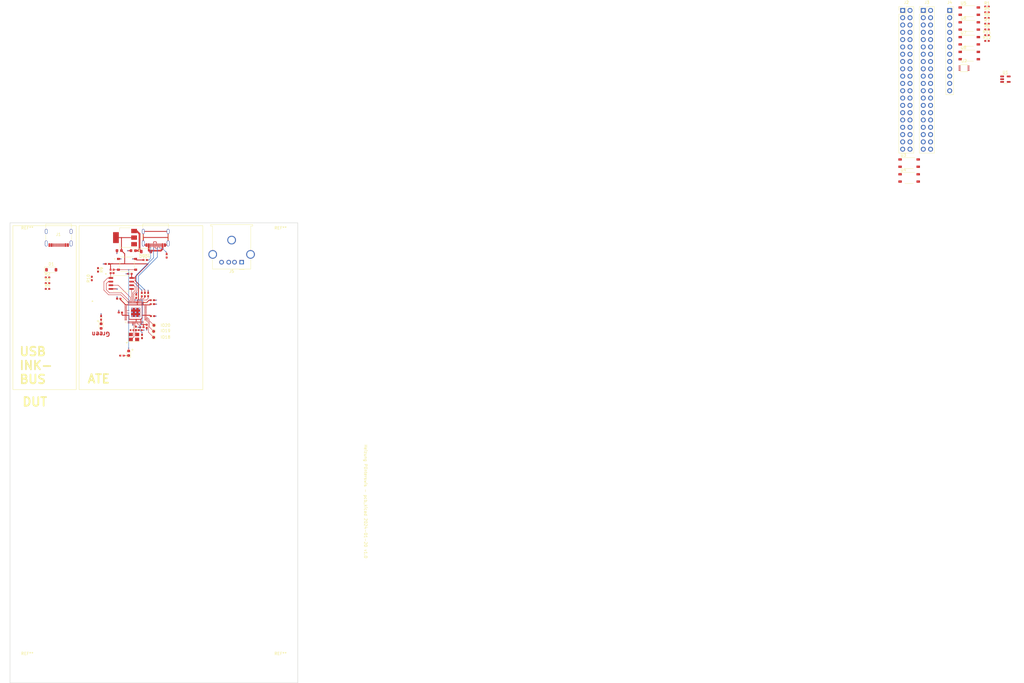
<source format=kicad_pcb>
(kicad_pcb (version 20221018) (generator pcbnew)
  (title_block (title "Heizung Pünterswis - pcb_kicad") (date "2024-01-20") (rev "1.0") (company "www.positron.ch") (comment 1 "Released under MIT Open-source License"))
  (layers (0 "F.Cu" signal) (31 "B.Cu" signal) (34 "B.Paste" user) (35 "F.Paste" user) (36 "B.SilkS" user "B.Silkscreen") (37 "F.SilkS" user "F.Silkscreen") (38 "B.Mask" user) (39 "F.Mask" user) (44 "Edge.Cuts" user))
  (net 0 "")
  (net 1 "+5V")
  (net 2 "+1V1")
  (net 3 "/cpu/XIN")
  (net 4 "/cpu/USB_D+")
  (net 5 "/cpu/USB_D-")
  (net 6 "DUT_GND")
  (net 7 "/cpu/QSPI_SS")
  (net 8 "/cpu/XOUT")
  (net 9 "/cpu/QSPI_SD3")
  (net 10 "/cpu/QSPI_SCLK")
  (net 11 "/cpu/QSPI_SD0")
  (net 12 "/cpu/QSPI_SD2")
  (net 13 "/cpu/QSPI_SD1")
  (net 14 "+3V3")
  (net 15 "MODBUS_RO")
  (net 16 "MODBUS_DE")
  (net 17 "MODBUS_DI")
  (net 18 "Net-(C910-Pad1)")
  (net 19 "Net-(D901-K)")
  (net 20 "Net-(J901-CC1)")
  (net 22 "Net-(J901-CC2)")
  (net 24 "Net-(U901-USB-DP)")
  (net 25 "Net-(U901-USB-DM)")
  (net 26 "button")
  (net 27 "Net-(D28-K)")
  (net 30 "Net-(D904-A)")
  (net 31 "IB_USB_DUT_5V")
  (net 32 "rel")
  (net 33 "modbus_addr_0")
  (net 34 "modbus_addr_1")
  (net 35 "modbus_addr_2")
  (net 36 "modbus_addr_3")
  (net 37 "modbus_addr_4")
  (net 38 "modbus_addr_5")
  (net 39 "modbus_addr_6")
  (net 40 "modbus_addr_7")
  (net 41 "ds_0")
  (net 42 "ds_1")
  (net 43 "ds_2")
  (net 44 "ds_3")
  (net 45 "ds_4")
  (net 46 "ds_5")
  (net 47 "ds_6")
  (net 48 "ds_7")
  (net 49 "Net-(D1-A)")
  (net 50 "Net-(J1-CC1)")
  (net 52 "Net-(U901-GPIO18)")
  (net 55 "Net-(U901-GPIO19)")
  (net 57 "Net-(U901-GPIO20)")
  (net 58 "ZENTRALE_LED")
  (net 60 "Net-(JP2-A)")
  (net 61 "Net-(JP1-A)")
  (net 63 "Net-(J1-CC2)")
  (net 71 "IB_USB_DUT_D-")
  (net 73 "IB_USB_DUT_D+")
  (net 77 "IB_IO_0")
  (net 79 "IB_IO_1")
  (net 81 "IB_IO_2")
  (net 83 "IB_IO_3")
  (net 145 "SW1a (Boot)")
  (net 146 "SW1b (Boot)")
  (net 147 "SW2a")
  (net 148 "SW2b")
  (net 149 "DUT_USB_D+")
  (net 150 "DUT_USB_D-")
  (net 151 "Net-(U2-VCC)")
  (net 152 "Net-(U2-D-)")
  (net 153 "Net-(U2-D+)")
  (net 154 "Net-(U2-HSD-)")
  (net 155 "Net-(U2-HSD+)")
  (net 156 "Net-(R9-Pad2)")
  (net 157 "Net-(R10-Pad2)")
  (net 158 "Net-(R11-Pad2)")
  (net 159 "Net-(R12-Pad2)")
  (net 160 "DUT_5V")
  (net 164 "DUT_DISABLE_USB1")
  (net 167 "DUT_5")
  (net 168 "BUS_5")
  (net 171 "DUT_7")
  (net 172 "BUS_7")
  (net 173 "DUT_ENABLE_USB2")
  (net 174 "DUT_SW1")
  (net 175 "DUT_SW2")
  (footprint "MountingHole:MountingHole_3.2mm_M3" (layer "F.Cu") (at 56 31)
    (fp_text reference "REF**")
    (fp_text value "MountingHole_3.2mm_M3")
  )
  (footprint "Resistor_SMD:R_0402_1005Metric_Pad0.72x0.64mm_HandSolder" (layer "F.Cu") (at 81.6501 58.0577 -90)
    (fp_text reference "R905" hide)
    (fp_text value "470R")
  )
  (footprint "Connector_PinSocket_2.54mm:PinSocket_1x12_P2.54mm_Vertical" (layer "F.Cu") (at 376.5125 -48.86)
    (fp_text reference "J4")
    (fp_text value "Conn_01x12")
  )
  (footprint "00_project_library:LED_0603_1608Metric" (layer "F.Cu") (at 81.65 60.9159 -90)
    (fp_text reference "D901" hide)
    (fp_text value "LED GREEN")
  )
  (footprint "Package_TO_SOT_SMD:SOT-23-5" (layer "F.Cu") (at 395.8625 -24.95)
    (fp_text reference "U1")
    (fp_text value "LPW5209B5F-21")
  )
  (footprint "Capacitor_SMD:C_0603_1608Metric" (layer "F.Cu") (at 92.8156 34.676 180)
    (fp_text reference "C901" hide)
    (fp_text value "10u")
  )
  (footprint "Capacitor_SMD:C_0402_1005Metric_Pad0.74x0.62mm_HandSolder" (layer "F.Cu") (at 97.9972 49.9414 90)
    (fp_text reference "C904" hide)
    (fp_text value "100n")
  )
  (footprint "Resistor_SMD:R_0402_1005Metric_Pad0.72x0.64mm_HandSolder" (layer "F.Cu") (at 389.4625 -48.2)
    (fp_text reference "R5")
    (fp_text value "0")
  )
  (footprint "Package_SO:VSSOP-8_2.4x2.1mm_P0.5mm" (layer "F.Cu") (at 381.4925 -28.76)
    (fp_text reference "U2")
    (fp_text value "FSUSB31K8X")
  )
  (footprint "Package_SO:MFSOP6-4_4.4x3.6mm_P1.27mm" (layer "F.Cu") (at 362.4125 4.24)
    (fp_text reference "U3")
    (fp_text value "TLP172GM")
  )
  (footprint "Resistor_SMD:R_0402_1005Metric_Pad0.72x0.64mm_HandSolder" (layer "F.Cu") (at 389.4625 -44.22)
    (fp_text reference "R7")
    (fp_text value "0")
  )
  (footprint "Package_SO:MFSOP6-4_4.4x3.6mm_P1.27mm" (layer "F.Cu") (at 362.4125 9.39)
    (fp_text reference "U4")
    (fp_text value "TLP172GM")
  )
  (footprint "Resistor_SMD:R_0402_1005Metric_Pad0.72x0.64mm_HandSolder" (layer "F.Cu") (at 63.025 47.98)
    (fp_text reference "R4")
    (fp_text value "10")
  )
  (footprint "TestPoint:TestPoint_Pad_D1.0mm" (layer "F.Cu") (at 100.006 60.64 180)
    (fp_text reference "IO20")
    (fp_text value "TestPoint")
  )
  (footprint "Capacitor_SMD:C_0402_1005Metric_Pad0.74x0.62mm_HandSolder" (layer "F.Cu") (at 83.824 39.2988 180)
    (fp_text reference "C906" hide)
    (fp_text value "1u")
  )
  (footprint "TestPoint:TestPoint_Pad_D1.0mm" (layer "F.Cu") (at 99.906 62.74 180)
    (fp_text reference "IO19")
    (fp_text value "TestPoint")
  )
  (footprint "MountingHole:MountingHole_3.2mm_M3" (layer "F.Cu") (at 56 179)
    (fp_text reference "REF**")
    (fp_text value "MountingHole_3.2mm_M3")
  )
  (footprint "Capacitor_SMD:C_0402_1005Metric_Pad0.74x0.62mm_HandSolder" (layer "F.Cu") (at 99.445 51.8972)
    (fp_text reference "C914" hide)
    (fp_text value "100n")
  )
  (footprint "Resistor_SMD:R_0402_1005Metric_Pad0.72x0.64mm_HandSolder" (layer "F.Cu") (at 88.8919 71.1758)
    (fp_text reference "R20" hide)
    (fp_text value "470R")
  )
  (footprint "Capacitor_SMD:C_0402_1005Metric_Pad0.74x0.62mm_HandSolder" (layer "F.Cu") (at 95.8636 64.521 -90)
    (fp_text reference "C905" hide)
    (fp_text value "1u")
  )
  (footprint "Package_SO:MFSOP6-4_4.4x3.6mm_P1.27mm" (layer "F.Cu") (at 383.3125 -38.31)
    (fp_text reference "U7")
    (fp_text value "TLP172GM")
  )
  (footprint "00_project_library:SW_TS-1187A-B-A-B" (layer "F.Cu") (at 90.6566 39.4258)
    (fp_text reference "SW901" hide)
    (fp_text value "SW_MEC_5E")
  )
  (footprint "Capacitor_SMD:C_0402_1005Metric_Pad0.74x0.62mm_HandSolder" (layer "F.Cu") (at 95.8128 61.2952 180)
    (fp_text reference "C908" hide)
    (fp_text value "100n")
  )
  (footprint "Resistor_SMD:R_0402_1005Metric_Pad0.72x0.64mm_HandSolder" (layer "F.Cu") (at 389.4625 -50.19)
    (fp_text reference "R1")
    (fp_text value "100")
  )
  (footprint "Package_SO:MFSOP6-4_4.4x3.6mm_P1.27mm" (layer "F.Cu") (at 383.3125 -43.46)
    (fp_text reference "U6")
    (fp_text value "TLP172GM")
  )
  (footprint "00_project_library:SOT-223-3_TabPin2" (layer "F.Cu") (at 89.956 30.14)
    (fp_text reference "U902" hide)
    (fp_text value "AMS1117-3.3")
  )
  (footprint "Capacitor_SMD:C_0402_1005Metric_Pad0.74x0.62mm_HandSolder" (layer "F.Cu") (at 93.857 50.5256 90)
    (fp_text reference "C903" hide)
    (fp_text value "100n")
  )
  (footprint "00_project_library:USB_C_Receptacle_Palconn_UTC16-G" (layer "F.Cu") (at 100.606 30.24 180)
    (fp_text reference "J901" hide)
    (fp_text value "USB_C_Receptacle_USB2.0")
  )
  (footprint "Resistor_SMD:R_0402_1005Metric_Pad0.72x0.64mm_HandSolder" (layer "F.Cu") (at 389.4625 -46.21)
    (fp_text reference "R6")
    (fp_text value "0")
  )
  (footprint "Resistor_SMD:R_0402_1005Metric_Pad0.72x0.64mm_HandSolder" (layer "F.Cu") (at 104.4234 36.4794 -90)
    (fp_text reference "R901" hide)
    (fp_text value "5.1K")
  )
  (footprint "Resistor_SMD:R_0402_1005Metric_Pad0.72x0.64mm_HandSolder" (layer "F.Cu") (at 93.73 61.7016 -90)
    (fp_text reference "R908" hide)
    (fp_text value "1k")
  )
  (footprint "00_project_library:USB_C_Receptacle_Palconn_UTC16-G" (layer "F.Cu") (at 66.89 30.24 180)
    (fp_text reference "J1")
    (fp_text value "USB_C_Receptacle_USB2.0")
  )
  (footprint "Resistor_SMD:R_0402_1005Metric_Pad0.72x0.64mm_HandSolder" (layer "F.Cu") (at 85.983 41.8896 -90)
    (fp_text reference "R906" hide)
    (fp_text value "1K")
  )
  (footprint "TestPoint:TestPoint_Pad_D1.0mm" (layer "F.Cu") (at 99.906 64.84 180)
    (fp_text reference "IO18")
    (fp_text value "TestPoint")
  )
  (footprint "Resistor_SMD:R_0402_1005Metric_Pad0.72x0.64mm_HandSolder" (layer "F.Cu") (at 95.7874 49.9668 -90)
    (fp_text reference "R903" hide)
    (fp_text value "27R")
  )
  (footprint "Package_SO:MFSOP6-4_4.4x3.6mm_P1.27mm" (layer "F.Cu") (at 383.3125 -48.61)
    (fp_text reference "U5")
    (fp_text value "TLP172GM")
  )
  (footprint "Capacitor_SMD:C_0402_1005Metric_Pad0.74x0.62mm_HandSolder" (layer "F.Cu") (at 99.506 57.44)
    (fp_text reference "C915" hide)
    (fp_text value "100n")
  )
  (footprint "Capacitor_SMD:C_0402_1005Metric_Pad0.74x0.62mm_HandSolder" (layer "F.Cu") (at 97.4892 60.9904 -90)
    (fp_text reference "C907" hide)
    (fp_text value "100n")
  )
  (footprint "00_project_library:Crystal_SMD_3225-4Pin_3.2x2.5mm" (layer "F.Cu") (at 93.0696 64.6734)
    (fp_text reference "Y901" hide)
    (fp_text value "Crystal_GND24_Small")
  )
  (footprint "Resistor_SMD:R_0402_1005Metric_Pad0.72x0.64mm_HandSolder" (layer "F.Cu") (at 84.9416 41.8896 -90)
    (fp_text reference "R907" hide)
    (fp_text value "10K")
  )
  (footprint "Resistor_SMD:R_0402_1005Metric_Pad0.72x0.64mm_HandSolder" (layer "F.Cu") (at 389.4625 -38.25)
    (fp_text reference "R12")
    (fp_text value "0")
  )
  (footprint "Capacitor_SMD:C_0402_1005Metric_Pad0.74x0.62mm_HandSolder" (layer "F.Cu") (at 99.445 53.2688)
    (fp_text reference "C913" hide)
    (fp_text value "100n")
  )
  (footprint "Resistor_SMD:R_0402_1005Metric_Pad0.72x0.64mm_HandSolder" (layer "F.Cu") (at 80.5728 41.3562 90)
    (fp_text reference "R9")
    (fp_text value "0")
  )
  (footprint "Resistor_SMD:R_0402_1005Metric_Pad0.72x0.64mm_HandSolder" (layer "F.Cu") (at 63.025 45.99)
    (fp_text reference "R3")
    (fp_text value "5.1K")
  )
  (footprint "Resistor_SMD:R_0402_1005Metric_Pad0.72x0.64mm_HandSolder" (layer "F.Cu") (at 96.8542 49.9414 -90)
    (fp_text reference "R904" hide)
    (fp_text value "27R")
  )
  (footprint "Capacitor_SMD:C_0603_1608Metric" (layer "F.Cu") (at 87.9388 34.6506 180)
    (fp_text reference "C902" hide)
    (fp_text value "10u")
  )
  (footprint "Capacitor_SMD:C_0402_1005Metric" (layer "F.Cu") (at 92.3584 62.3112 180)
    (fp_text reference "C909" hide)
    (fp_text value "30p")
  )
  (footprint "00_project_library:LED_0603_1608Metric" (layer "F.Cu") (at 91.2154 70.363 90)
    (fp_text reference "D28" hide)
    (fp_text value "LED WHITE")
  )
  (footprint "Resistor_SMD:R_0402_1005Metric_Pad0.72x0.64mm_HandSolder" (layer "F.Cu") (at 63.025 44)
    (fp_text reference "R2")
    (fp_text value "5.1K")
  )
  (footprint "Capacitor_SMD:C_0402_1005Metric" (layer "F.Cu") (at 95.2032 62.3112)
    (fp_text reference "C910" hide)
    (fp_text value "30p")
  )
  (footprint "Diode_SMD:D_SOD-123" (layer "F.Cu") (at 97.2606 34.9808)
    (fp_text reference "D904")
    (fp_text value "B5819W SL")
  )
  (footprint "00_project_library:USB_A_Molex_67643_Horizontal_with_solder_tab" (layer "F.Cu") (at 130.5 38.69 180)
    (fp_text reference "J5")
    (fp_text value "USB_A")
  )
  (footprint "Resistor_SMD:R_0402_1005Metric_Pad0.72x0.64mm_HandSolder" (layer "F.Cu") (at 78.4138 44.3534 90)
    (fp_text reference "R10")
    (fp_text value "0")
  )
  (footprint "Capacitor_SMD:C_0402_1005Metric_Pad0.74x0.62mm_HandSolder" (layer "F.Cu") (at 88.3452 56.1898 180)
    (fp_text reference "C911" hide)
    (fp_text value "100n")
  )
  (footprint "Resistor_SMD:R_0402_1005Metric_Pad0.72x0.64mm_HandSolder" (layer "F.Cu") (at 389.4625 -40.24)
    (fp_text reference "R11")
    (fp_text value "0")
  )
  (footprint "00_project_library:SOIC-8_5.23x5.23mm_P1.27mm" (layer "F.Cu") (at 88.65 46.0806 -90)
    (fp_text reference "U903" hide)
    (fp_text value "W25Q128JVS")
  )
  (footprint "Resistor_SMD:R_0402_1005Metric_Pad0.72x0.64mm_HandSolder" (layer "F.Cu") (at 389.4625 -42.23)
    (fp_text reference "R8")
    (fp_text value "0")
  )
  (footprint "Diode_SMD:D_SOD-123" (layer "F.Cu") (at 64.32 41.33)
    (fp_text reference "D1")
    (fp_text value "B5819W SL")
  )
  (footprint "Capacitor_SMD:C_0402_1005Metric_Pad0.74x0.62mm_HandSolder" (layer "F.Cu") (at 91.6813 42.7278 180)
    (fp_text reference "C912" hide)
    (fp_text value "100n")
  )
  (footprint "00_project_library:PinSocket_2x20_P2.54mm_Vertical-mirrored-bare" (layer "F.Cu") (at 369.8625 -48.86)
    (fp_text reference "J3")
    (fp_text value "Conn_01x20")
  )
  (footprint "00_project_library:PinSocket_2x20_P2.54mm_Vertical-mirrored" (layer "F.Cu") (at 362.7125 -48.86)
    (fp_text reference "J2")
    (fp_text value "Conn_01x20")
  )
  (footprint "Capacitor_SMD:C_0402_1005Metric_Pad0.74x0.62mm_HandSolder" (layer "F.Cu") (at 87.7864 51.3892 180)
    (fp_text reference "C916" hide)
    (fp_text value "100n")
  )
  (footprint "Resistor_SMD:R_0402_1005Metric_Pad0.72x0.64mm_HandSolder" (layer "F.Cu") (at 96.9558 37.9272 180)
    (fp_text reference "R902" hide)
    (fp_text value "5.1K")
  )
  (footprint "MountingHole:MountingHole_3.2mm_M3" (layer "F.Cu") (at 144 31)
    (fp_text reference "REF**")
    (fp_text value "MountingHole_3.2mm_M3")
  )
  (footprint "MountingHole:MountingHole_3.2mm_M3" (layer "F.Cu") (at 144 179)
    (fp_text reference "REF**")
    (fp_text value "MountingHole_3.2mm_M3")
  )
  (footprint "Package_SO:MFSOP6-4_4.4x3.6mm_P1.27mm" (layer "F.Cu") (at 383.3125 -33.16)
    (fp_text reference "U8")
    (fp_text value "TLP172GM")
  )
  (footprint "00_project_library:RP2040-QFN-56" (layer "F.Cu") (at 93.6488 56.144)
    (fp_text reference "U901" hide)
    (fp_text value "RP2040")
  )
  (gr_rect (start 74 26) (end 117 83) (stroke (width 0.15)) (fill none) (layer "F.SilkS"))
  (gr_rect (start 51 26) (end 73 83) (stroke (width 0.15)) (fill none) (layer "F.SilkS"))
  (gr_rect locked (start 50 25) (end 150 185) (stroke (width 0.15)) (fill none) (layer "Edge.Cuts"))
  (gr_text "Green" (at 84.9266 62.7956 180) (layer "F.Cu") (effects (font (size 1.5 1.5) (thickness 0.3) bold) (justify left bottom)))
  (gr_text "ATE" (at 85 81) (layer "F.SilkS") (effects (font (size 3 3) (thickness 0.6) bold) (justify right bottom)))
  (gr_text "${TITLE} ${ISSUE_DATE} v${REVISION}" (at 173 102 -90) (layer "F.SilkS") (effects (font (size 1 1)) (justify left bottom)))
  (gr_text "DUT" (at 54 89) (layer "F.SilkS") (effects (font (size 3 3) (thickness 0.6) bold) (justify left bottom)))
  (gr_text "USB\nINK-\nBUS" (at 53 68) (layer "F.SilkS") (effects (font (size 3 3) (thickness 0.6) bold) (justify left top)))
  (gr_text "*" (at 79.0996 51.3638 180) (layer "F.SilkS") (effects (font (size 1 1)) (justify left bottom)))
  (segment (start 93.106 27.84) (end 94.006 27.84) (width 0.6) (layer "F.Cu") (net 1))
  (segment (start 95 34.2442) (end 94.5682 34.676) (width 0.6) (layer "F.Cu") (net 1))
  (segment (start 94.5682 34.676) (end 95.3058 34.676) (width 0.6) (layer "F.Cu") (net 1))
  (segment (start 95 28.834) (end 95 34.2442) (width 0.6) (layer "F.Cu") (net 1))
  (segment (start 94.5682 34.676) (end 93.5906 34.676) (width 0.6) (layer "F.Cu") (net 1))
  (segment (start 94.006 27.84) (end 95 28.834) (width 0.6) (layer "F.Cu") (net 1))
  (segment (start 95.3058 34.676) (end 95.6106 34.9808) (width 0.6) (layer "F.Cu") (net 1))
  (segment (start 97.3876 51.8718) (end 95.9398 51.8718) (width 0.15) (layer "F.Cu") (net 2))
  (segment (start 95.4488 52.279478) (end 95.4488 52.7065) (width 0.15) (layer "F.Cu") (net 2))
  (segment (start 93.4488 52.7065) (end 93.4488 51.899) (width 0.15) (layer "F.Cu") (net 2))
  (segment (start 95.8636 63.9535) (end 95.8636 63.1494) (width 0.15) (layer "F.Cu") (net 2))
  (segment (start 97.9972 50.5089) (end 97.9972 51.2622) (width 0.15) (layer "F.Cu") (net 2))
  (segment (start 94.2488 60.036) (end 94.2488 59.5815) (width 0.15) (layer "F.Cu") (net 2))
  (segment (start 95.881878 51.8464) (end 95.4488 52.279478) (width 0.15) (layer "F.Cu") (net 2))
  (segment (start 95.9144 51.8464) (end 95.9398 51.8718) (width 0.15) (layer "F.Cu") (net 2))
  (segment (start 95.881878 51.8464) (end 95.9144 51.8464) (width 0.15) (layer "F.Cu") (net 2))
  (segment (start 93.476 51.8718) (end 93.4488 51.8446) (width 0.15) (layer "F.Cu") (net 2))
  (segment (start 93.4488 51.8446) (end 93.4488 51.5013) (width 0.15) (layer "F.Cu") (net 2))
  (segment (start 94.7968 60.584) (end 94.2488 60.036) (width 0.15) (layer "F.Cu") (net 2))
  (segment (start 93.4488 51.5013) (end 93.857 51.0931) (width 0.15) (layer "F.Cu") (net 2))
  (segment (start 95.1524 60.584) (end 94.7968 60.584) (width 0.15) (layer "F.Cu") (net 2))
  (segment (start 97.9972 51.2622) (end 97.3876 51.8718) (width 0.15) (layer "F.Cu") (net 2))
  (segment (start 93.4488 51.899) (end 93.476 51.8718) (width 0.15) (layer "F.Cu") (net 2))
  (via (at 93.476 51.8718) (size 0.4) (drill 0.2) (layers "F.Cu" "B.Cu") (net 2))
  (via (at 95.1524 60.584) (size 0.4) (drill 0.2) (layers "F.Cu" "B.Cu") (net 2))
  (via (at 95.9398 51.8718) (size 0.4) (drill 0.2) (layers "F.Cu" "B.Cu") (net 2))
  (via (at 95.8636 63.1494) (size 0.4) (drill 0.2) (layers "F.Cu" "B.Cu") (net 2))
  (segment (start 95.1524 60.584) (end 95.9398 59.7966) (width 0.15) (layer "B.Cu") (net 2))
  (segment (start 95.9398 51.8718) (end 93.476 51.8718) (width 0.15) (layer "B.Cu") (net 2))
  (segment (start 95.1524 62.4382) (end 95.1524 60.584) (width 0.15) (layer "B.Cu") (net 2))
  (segment (start 95.8636 63.1494) (end 95.1524 62.4382) (width 0.15) (layer "B.Cu") (net 2))
  (segment (start 95.9398 59.7966) (end 95.9398 51.8718) (width 0.15) (layer "B.Cu") (net 2))
  (segment (start 92.1942 65.5234) (end 93.0696 64.648) (width 0.15) (layer "F.Cu") (net 3))
  (segment (start 93.0696 64.648) (end 93.0696 59.6023) (width 0.15) (layer "F.Cu") (net 3))
  (segment (start 100.6896 31.5772) (end 100.0292 31.5772) (width 0.2) (layer "F.Cu") (net 4))
  (segment (start 99.856 31.7504) (end 99.856 32.75) (width 0.2) (layer "F.Cu") (net 4))
  (segment (start 95.7874 49.3693) (end 95.7874 48.4174) (width 0.2) (layer "F.Cu") (net 4))
  (segment (start 99.856 32.75) (end 99.856 33.7824) (width 0.2) (layer "F.Cu") (net 4))
  (segment (start 100.856 32.75) (end 100.856 31.7436) (width 0.2) (layer "F.Cu") (net 4))
  (segment (start 95.7874 48.4174) (end 95.762 48.392) (width 0.2) (layer "F.Cu") (net 4))
  (segment (start 100.0292 31.5772) (end 99.856 31.7504) (width 0.2) (layer "F.Cu") (net 4))
  (segment (start 100.856 31.7436) (end 100.6896 31.5772) (width 0.2) (layer "F.Cu") (net 4))
  (segment (start 99.856 33.7824) (end 99.8514 33.787) (width 0.2) (layer "F.Cu") (net 4))
  (via (at 99.8514 33.787) (size 0.4) (drill 0.2) (layers "F.Cu" "B.Cu") (net 4))
  (via (at 95.762 48.392) (size 0.4) (drill 0.2) (layers "F.Cu" "B.Cu") (net 4))
  (segment (start 93.9332 46.5632) (end 93.9332 43.1088) (width 0.2) (layer "B.Cu") (net 4))
  (segment (start 93.9332 43.1088) (end 99.8514 37.1906) (width 0.2) (layer "B.Cu") (net 4))
  (segment (start 99.8514 37.1906) (end 99.8514 33.787) (width 0.2) (layer "B.Cu") (net 4))
  (segment (start 95.762 48.392) (end 93.9332 46.5632) (width 0.2) (layer "B.Cu") (net 4))
  (segment (start 101.1976 33.8124) (end 100.5372 33.8124) (width 0.2) (layer "F.Cu") (net 5))
  (segment (start 96.8542 48.3666) (end 96.6256 48.138) (width 0.2) (layer "F.Cu") (net 5))
  (segment (start 101.356 33.654) (end 101.1976 33.8124) (width 0.2) (layer "F.Cu") (net 5))
  (segment (start 101.356 32.75) (end 101.356 33.654) (width 0.2) (layer "F.Cu") (net 5))
  (segment (start 100.5372 33.8124) (end 100.356 33.6312) (width 0.2) (layer "F.Cu") (net 5))
  (segment (start 100.356 33.6312) (end 100.356 32.75) (width 0.2) (layer "F.Cu") (net 5))
  (segment (start 96.8542 49.3439) (end 96.8542 48.3666) (width 0.2) (layer "F.Cu") (net 5))
  (via (at 96.6256 48.138) (size 0.4) (drill 0.2) (layers "F.Cu" "B.Cu") (net 5))
  (via (at 101.1976 33.8124) (size 0.4) (drill 0.2) (layers "F.Cu" "B.Cu") (net 5))
  (segment (start 101.1976 36.9112) (end 101.1976 33.8124) (width 0.2) (layer "B.Cu") (net 5))
  (segment (start 94.6444 43.4644) (end 101.1976 36.9112) (width 0.2) (layer "B.Cu") (net 5))
  (segment (start 96.6256 48.138) (end 94.6444 46.1568) (width 0.2) (layer "B.Cu") (net 5))
  (segment (start 94.6444 46.1568) (end 94.6444 43.4644) (width 0.2) (layer "B.Cu") (net 5))
  (segment (start 96.286 30.104) (end 104.926 30.104) (width 0.3) (layer "F.Cu") (net 6))
  (segment (start 97.406 32.75) (end 96.866 32.75) (width 0.3) (layer "F.Cu") (net 6))
  (segment (start 96.3583 37.9272) (end 94.033 37.9272) (width 0.3) (layer "F.Cu") (net 6))
  (segment (start 97.4892 61.5579) (end 97.4892 62.235) (width 0.3) (layer "F.Cu") (net 6))
  (segment (start 92.6488 60.4968) (end 92.6124 60.5332) (width 0.3) (layer "F.Cu") (net 6))
  (segment (start 87.1638 35.6034) (end 87.1638 34.6506) (width 0.3) (layer "F.Cu") (net 6))
  (segment (start 85.05 47.9856) (end 87.1768 47.9856) (width 0.3) (layer "F.Cu") (net 6))
  (segment (start 87.7777 55.4619) (end 87.7864 55.4532) (width 0.3) (layer "F.Cu") (net 6))
  (segment (start 104.926 28) (end 96.286 28) (width 0.3) (layer "F.Cu") (net 6))
  (segment (start 95.6832 62.3112) (end 96.4986 62.3112) (width 0.3) (layer "F.Cu") (net 6))
  (segment (start 100.8166 53.2688) (end 100.842 53.2942) (width 0.3) (layer "F.Cu") (net 6))
  (segment (start 87.126 35.6412) (end 87.1638 35.6034) (width 0.3) (layer "F.Cu") (net 6))
  (segment (start 92.617 37.5508) (end 92.6124 37.5462) (width 0.3) (layer "F.Cu") (net 6))
  (segment (start 104.346 32.75) (end 104.926 32.17) (width 0.3) (layer "F.Cu") (net 6))
  (segment (start 104.926 28) (end 104.926 30.3272) (width 0.3) (layer "F.Cu") (net 6))
  (segment (start 103.806 32.75) (end 104.346 32.75) (width 0.3) (layer "F.Cu") (net 6))
  (segment (start 87.7777 56.1898) (end 87.7777 55.4619) (width 0.3) (layer "F.Cu") (net 6))
  (segment (start 100.0125 53.2688) (end 100.8166 53.2688) (width 0.3) (layer "F.Cu") (net 6))
  (segment (start 97.9972 49.3739) (end 97.9972 48.519) (width 0.3) (layer "F.Cu") (net 6))
  (segment (start 93.857 49.5604) (end 94.111 49.3064) (width 0.3) (layer "F.Cu") (net 6))
  (segment (start 93.6566 37.5508) (end 92.617 37.5508) (width 0.3) (layer "F.Cu") (net 6))
  (segment (start 95.2453 61.2952) (end 94.4666 61.2952) (width 0.3) (layer "F.Cu") (net 6))
  (segment (start 87.6566 37.5508) (end 88.5438 37.5508) (width 0.3) (layer "F.Cu") (net 6))
  (segment (start 96.286 32.17) (end 96.286 30.104) (width 0.3) (layer "F.Cu") (net 6))
  (segment (start 100.0735 57.44) (end 100.706 57.44) (width 0.3) (layer "F.Cu") (net 6))
  (segment (start 93.857 49.9581) (end 93.857 49.5604) (width 0.3) (layer "F.Cu") (net 6))
  (segment (start 96.866 32.75) (end 96.286 32.17) (width 0.3) (layer "F.Cu") (net 6))
  (segment (start 81.6501 57.4602) (end 81.6501 56.6474) (width 0.3) (layer "F.Cu") (net 6))
  (segment (start 90.8598 34.7014) (end 92.0152 34.7014) (width 0.3) (layer "F.Cu") (net 6))
  (segment (start 96.286 28) (end 96.286 32.17) (width 0.3) (layer "F.Cu") (net 6))
  (segment (start 83.2565 39.2988) (end 82.4524 39.2988) (width 0.3) (layer "F.Cu") (net 6))
  (segment (start 87.2022 50.7288) (end 87.2022 51.3725) (width 0.3) (layer "F.Cu") (net 6))
  (segment (start 94.033 37.9272) (end 93.6566 37.5508) (width 0.3) (layer "F.Cu") (net 6))
  (segment (start 88.5438 37.5508) (end 88.5484 37.5462) (width 0.3) (layer "F.Cu") (net 6))
  (segment (start 92.6488 59.5815) (end 92.6488 60.4968) (width 0.3) (layer "F.Cu") (net 6))
  (segment (start 100.0125 51.8972) (end 100.8166 51.8972) (width 0.3) (layer "F.Cu") (net 6))
  (segment (start 87.1768 47.9856) (end 87.2022 48.011) (width 0.3) (layer "F.Cu") (net 6))
  (segment (start 91.1138 42.7278) (end 90.4026 42.7278) (width 0.3) (layer "F.Cu") (net 6))
  (segment (start 104.926 30.104) (end 104.926 30.3272) (width 0.3) (layer "F.Cu") (net 6))
  (segment (start 104.926 30.3272) (end 104.926 32.17) (width 0.3) (layer "F.Cu") (net 6))
  (via (at 92.6124 37.5462) (size 0.4) (drill 0.2) (layers "F.Cu" "B.Cu") (net 6))
  (via (at 100.8166 51.8972) (size 0.4) (drill 0.2) (layers "F.Cu" "B.Cu") (net 6))
  (via (at 100.842 53.2942) (size 0.4) (drill 0.2) (layers "F.Cu" "B.Cu") (net 6))
  (via (at 87.2022 48.011) (size 0.508) (drill 0.254) (layers "F.Cu" "B.Cu") (net 6))
  (via (at 96.4986 62.3112) (size 0.4) (drill 0.2) (layers "F.Cu" "B.Cu") (net 6))
  (via (at 88.5484 37.5462) (size 0.4) (drill 0.2) (layers "F.Cu" "B.Cu") (net 6))
  (via (at 97.4892 62.235) (size 0.4) (drill 0.2) (layers "F.Cu" "B.Cu") (net 6))
  (via (at 81.6501 56.6474) (size 0.4) (drill 0.2) (layers "F.Cu" "B.Cu") (net 6))
  (via (at 97.9972 48.519) (size 0.4) (drill 0.2) (layers "F.Cu" "B.Cu") (net 6))
  (via (at 92.6124 60.5332) (size 0.4) (drill 0.2) (layers "F.Cu" "B.Cu") (net 6))
  (via (at 100.706 57.44) (size 0.4) (drill 0.2) (layers "F.Cu" "B.Cu") (net 6))
  (via (at 94.4666 61.2952) (size 0.4) (drill 0.2) (layers "F.Cu" "B.Cu") (net 6))
  (via (at 87.126 35.6412) (size 0.4) (drill 0.2) (layers "F.Cu" "B.Cu") (net 6))
  (via (at 90.4026 42.7278) (size 0.4) (drill 0.2) (layers "F.Cu" "B.Cu") (net 6))
  (via (at 94.111 49.3064) (size 0.4) (drill 0.2) (layers "F.Cu" "B.Cu") (net 6))
  (via (at 90.8598 34.7014) (size 0.4) (drill 0.2) (layers "F.Cu" "B.Cu") (net 6))
  (via (at 87.2022 50.7288) (size 0.4) (drill 0.2) (layers "F.Cu" "B.Cu") (net 6))
  (via (at 87.7864 55.4532) (size 0.4) (drill 0.2) (layers "F.Cu" "B.Cu") (net 6))
  (via (at 82.4524 39.2988) (size 0.4) (drill 0.2) (layers "F.Cu" "B.Cu") (net 6))
  (segment (start 88.4976 50.0176) (end 91.0488 52.5688) (width 0.15) (layer "F.Cu") (net 7))
  (segment (start 82.6302 45.4964) (end 82.6302 48.4174) (width 0.15) (layer "F.Cu") (net 7))
  (segment (start 82.6302 48.4174) (end 84.2304 50.0176) (width 0.15) (layer "F.Cu") (net 7))
  (segment (start 83.951 44.1756) (end 82.6302 45.4964) (width 0.15) (layer "F.Cu") (net 7))
  (segment (start 85.983 42.4871) (end 84.9416 42.4871) (width 0.15) (layer "F.Cu") (net 7))
  (segment (start 84.9416 42.4871) (end 84.9416 44.0672) (width 0.15) (layer "F.Cu") (net 7))
  (segment (start 85.05 44.1756) (end 83.951 44.1756) (width 0.15) (layer "F.Cu") (net 7))
  (segment (start 84.2304 50.0176) (end 88.4976 50.0176) (width 0.15) (layer "F.Cu") (net 7))
  (segment (start 93.4488 60.8229) (end 93.73 61.1041) (width 0.15) (layer "F.Cu") (net 8))
  (segment (start 93.4488 59.5815) (end 93.4488 60.8229) (width 0.15) (layer "F.Cu") (net 8))
  (segment (start 93.0488 52.7065) (end 93.0488 49.7082) (width 0.15) (layer "F.Cu") (net 9))
  (segment (start 93.0488 49.7082) (end 94.0602 48.6968) (width 0.15) (layer "F.Cu") (net 9))
  (segment (start 94.0602 48.6968) (end 94.0602 46.6648) (width 0.15) (layer "F.Cu") (net 9))
  (segment (start 94.0602 46.6648) (end 92.841 45.4456) (width 0.15) (layer "F.Cu") (net 9))
  (segment (start 93.476 48.5444) (end 93.476 47.2236) (width 0.15) (layer "F.Cu") (net 10))
  (segment (start 93.476 47.2236) (end 92.968 46.7156) (width 0.15) (layer "F.Cu") (net 10))
  (segment (start 92.6488 49.3716) (end 93.476 48.5444) (width 0.15) (layer "F.Cu") (net 10))
  (segment (start 92.6488 52.7065) (end 92.6488 49.3716) (width 0.15) (layer "F.Cu") (net 10))
  (segment (start 92.2568 50.6018) (end 92.2488 50.6098) (width 0.15) (layer "F.Cu") (net 11))
  (segment (start 92.2488 50.6098) (end 92.2488 52.7065) (width 0.15) (layer "F.Cu") (net 11))
  (segment (start 92.25 47.9856) (end 92.25 50.595) (width 0.15) (layer "F.Cu") (net 11))
  (segment (start 92.25 50.595) (end 92.2568 50.6018) (width 0.15) (layer "F.Cu") (net 11))
  (segment (start 91.8488 52.7065) (end 91.8488 50.9558) (width 0.15) (layer "F.Cu") (net 12))
  (segment (start 87.6086 46.7156) (end 85.05 46.7156) (width 0.15) (layer "F.Cu") (net 12))
  (segment (start 91.8488 50.9558) (end 87.6086 46.7156) (width 0.15) (layer "F.Cu") (net 12))
  (segment (start 83.443 48.265) (end 83.443 46.1314) (width 0.15) (layer "F.Cu") (net 13))
  (segment (start 91.4488 52.7065) (end 91.4488 52.0544) (width 0.15) (layer "F.Cu") (net 13))
  (segment (start 83.443 46.1314) (end 84.1288 45.4456) (width 0.15) (layer "F.Cu") (net 13))
  (segment (start 84.1288 45.4456) (end 85.05 45.4456) (width 0.15) (layer "F.Cu") (net 13))
  (segment (start 88.7262 49.3318) (end 84.5098 49.3318) (width 0.15) (layer "F.Cu") (net 13))
  (segment (start 84.5098 49.3318) (end 83.443 48.265) (width 0.15) (layer "F.Cu") (net 13))
  (segment (start 91.4488 52.0544) (end 88.7262 49.3318) (width 0.15) (layer "F.Cu") (net 13))
  (segment (start 97.0863 57.144) (end 95.9254 57.144) (width 0.3) (layer "F.Cu") (net 14))
  (segment (start 94.2488 52.7065) (end 94.238 52.7173) (width 0.3) (layer "F.Cu") (net 14))
  (segment (start 93.8152 58.5774) (end 95.4318 58.5774) (width 0.3) (layer "F.Cu") (net 14))
  (segment (start 95.4318 58.5774) (end 95.4488 58.5604) (width 0.3) (layer "F.Cu") (net 14))
  (segment (start 90.9614 53.5482) (end 95.8594 53.5482) (width 0.3) (layer "F.Cu") (net 14))
  (segment (start 95.9254 57.144) (end 95.9144 57.155) (width 0.3) (layer "F.Cu") (net 14))
  (segment (start 95.4488 58.5604) (end 95.4488 59.5815) (width 0.3) (layer "F.Cu") (net 14))
  (segment (start 93.52675 45.16615) (end 93.52675 44.1756) (width 0.3) (layer "F.Cu") (net 14))
  (segment (start 90.2325 53.5228) (end 90.936 53.5228) (width 0.3) (layer "F.Cu") (net 14))
  (segment (start 96.2488 52.7065) (end 96.2488 53.5398) (width 0.3) (layer "F.Cu") (net 14))
  (segment (start 97.0863 53.544) (end 98.6023 53.544) (width 0.3) (layer "F.Cu") (net 14))
  (segment (start 90.2113 53.544) (end 88.3539 51.6866) (width 0.3) (layer "F.Cu") (net 14))
  (segment (start 96.2488 52.7065) (end 97.4927 52.7065) (width 0.3) (layer "F.Cu") (net 14))
  (segment (start 95.9254 53.6058) (end 95.8636 53.544) (width 0.3) (layer "F.Cu") (net 14))
  (segment (start 84.967 39.2734) (end 84.9416 39.2988) (width 0.3) (layer "F.Cu") (net 14))
  (segment (start 93.8488 52.7065) (end 94.2488 52.7065) (width 0.3) (layer "F.Cu") (net 14))
  (segment (start 88.7138 34.6506) (end 88.7138 30.14) (width 0.3) (layer "F.Cu") (net 14))
  (segment (start 91.2916 58.5774) (end 93.8152 58.5774) (width 0.3) (layer "F.Cu") (net 14))
  (segment (start 94.2488 52.7065) (end 94.2488 51.9372) (width 0.3) (layer "F.Cu") (net 14))
  (segment (start 89.0962 57.144) (end 88.9127 56.9605) (width 0.3) (layer "F.Cu") (net 14))
  (segment (start 95.9144 57.155) (end 95.9144 58.1202) (width 0.3) (layer "F.Cu") (net 14))
  (segment (start 98.6425 57.144) (end 98.9385 57.44) (width 0.3) (layer "F.Cu") (net 14))
  (segment (start 97.9971 39.2734) (end 88.7516 39.2734) (width 0.3) (layer "F.Cu") (net 14))
  (segment (start 98.302 51.8972) (end 98.8775 51.8972) (width 0.3) (layer "F.Cu") (net 14))
  (segment (start 92.25 44.1756) (end 92.25 42.729) (width 0.3) (layer "F.Cu") (net 14))
  (segment (start 93.52675 44.1756) (end 93.52675 43.74375) (width 0.3) (layer "F.Cu") (net 14))
  (segment (start 90.2113 57.144) (end 91.2298 57.144) (width 0.3) (layer "F.Cu") (net 14))
  (segment (start 91.2298 57.144) (end 91.2916 57.2058) (width 0.3) (layer "F.Cu") (net 14))
  (segment (start 95.4488 59.5815) (end 95.4488 60.1438) (width 0.3) (layer "F.Cu") (net 14))
  (segment (start 88.7262 34.6506) (end 89.8438 35.7682) (width 0.3) (layer "F.Cu") (net 14))
  (segment (start 92.25 44.1756) (end 93.52675 44.1756) (width 0.3) (layer "F.Cu") (net 14))
  (segment (start 97.9971 39.2734) (end 93.52675 43.74375) (width 0.3) (layer "F.Cu") (net 14))
  (segment (start 89.8438 35.7682) (end 89.8438 39.2734) (width 0.3) (layer "F.Cu") (net 14))
  (segment (start 95.9254 57.144) (end 95.9254 53.6058) (width 0.3) (layer "F.Cu") (net 14))
  (segment (start 97.0863 57.144) (end 98.6425 57.144) (width 0.3) (layer "F.Cu") (net 14))
  (segment (start 96.3803 61.2952) (end 96.3803 60.3895) (width 0.3) (layer "F.Cu") (net 14))
  (segment (start 90.2113 57.144) (end 89.0962 57.144) (width 0.3) (layer "F.Cu") (net 14))
  (segment (start 94.619 46.2584) (end 93.52675 45.16615) (width 0.3) (layer "F.Cu") (net 14))
  (segment (start 98.6023 53.544) (end 98.8775 53.2688) (width 0.3) (layer "F.Cu") (net 14))
  (segment (start 84.9416 39.2988) (end 84.9416 41.2921) (width 0.3) (layer "F.Cu") (net 14))
  (segment (start 94.619 51.567) (end 94.619 46.2584) (width 0.3) (layer "F.Cu") (net 14))
  (segment (start 88.7138 30.14) (end 86.806 30.14) (width 0.3) (layer "F.Cu") (net 14))
  (segment (start 88.9127 56.9605) (end 88.9127 56.1898) (width 0.3) (layer "F.Cu") (net 14))
  (segment (start 97.4927 52.7065) (end 98.302 51.8972) (width 0.3) (layer "F.Cu") (net 14))
  (segment (start 95.889 58.1202) (end 95.4488 58.5604) (width 0.3) (layer "F.Cu") (net 14))
  (segment (start 94.238 52.7173) (end 94.238 53.5482) (width 0.3) (layer "F.Cu") (net 14))
  (segment (start 85.7036 39.2734) (end 84.4169 39.2734) (width 0.3) (layer "F.Cu") (net 14))
  (segment (start 97.0863 53.544) (end 96.2446 53.544) (width 0.3) (layer "F.Cu") (net 14))
  (segment (start 88.3539 51.6866) (end 88.3539 51.3892) (width 0.3) (layer "F.Cu") (net 14))
  (segment (start 96.2488 53.5398) (end 96.2446 53.544) (width 0.3) (layer "F.Cu") (net 14))
  (segment (start 95.6858 60.3808) (end 96.3716 60.3808) (width 0.3) (layer "F.Cu") (net 14))
  (segment (start 90.936 53.5228) (end 90.9614 53.5482) (width 0.3) (layer "F.Cu") (net 14))
  (segment (start 93.106 30.14) (end 88.7138 30.14) (width 0.3) (layer "F.Cu") (net 14))
  (segment (start 95.9144 58.1202) (end 95.889 58.1202) (width 0.3) (layer "F.Cu") (net 14))
  (segment (start 95.8488 52.7065) (end 95.8488 53.5292) (width 0.3) (layer "F.Cu") (net 14))
  (segment (start 96.2446 53.544) (end 95.8636 53.544) (width 0.3) (layer "F.Cu") (net 14))
  (segment (start 95.8594 53.5482) (end 95.8636 53.544) (width 0.3) (layer "F.Cu") (net 14))
  (segment (start 95.8488 53.5292) (end 95.8636 53.544) (width 0.3) (layer "F.Cu") (net 14))
  (segment (start 85.7036 39.2734) (end 84.967 39.2734) (width 0.3) (layer "F.Cu") (net 14))
  (segment (start 95.4488 60.1438) (end 95.6858 60.3808) (width 0.3) (layer "F.Cu") (net 14))
  (segment (start 89.8438 39.2734) (end 88.7516 39.2734) (width 0.3) (layer "F.Cu") (net 14))
  (segment (start 96.3803 60.3895) (end 96.3716 60.3808) (width 0.3) (layer "F.Cu") (net 14))
  (segment (start 93.8488 59.5815) (end 93.8488 58.611) (width 0.3) (layer "F.Cu") (net 14))
  (segment (start 96.3716 60.3808) (end 97.4471 60.3808) (width 0.3) (layer "F.Cu") (net 14))
  (segment (start 88.7516 39.2734) (end 85.7036 39.2734) (width 0.3) (layer "F.Cu") (net 14))
  (segment (start 94.2488 51.9372) (end 94.619 51.567) (width 0.3) (layer "F.Cu") (net 14))
  (segment (start 91.2916 57.2058) (end 91.2916 58.5774) (width 0.3) (layer "F.Cu") (net 14))
  (segment (start 93.73 63.3838) (end 93.73 62.2991) (width 0.15) (layer "F.Cu") (net 18))
  (segment (start 94.7232 62.3112) (end 93.7421 62.3112) (width 0.15) (layer "F.Cu") (net 18))
  (segment (start 81.65 60.0764) (end 81.65 58.6553) (width 0.15) (layer "F.Cu") (net 19))
  (segment (start 104.4234 35.3618) (end 104.144 35.0824) (width 0.15) (layer "F.Cu") (net 20))
  (segment (start 101.856 32.75) (end 101.856 33.531) (width 0.15) (layer "F.Cu") (net 20))
  (segment (start 104.4234 35.8819) (end 104.4234 35.3618) (width 0.15) (layer "F.Cu") (net 20))
  (segment (start 101.856 33.531) (end 102.112 33.787) (width 0.15) (layer "F.Cu") (net 20))
  (via (at 104.144 35.0824) (size 0.4) (drill 0.2) (layers "F.Cu" "B.Cu") (net 20))
  (via (at 102.112 33.787) (size 0.4) (drill 0.2) (layers "F.Cu" "B.Cu") (net 20))
  (segment (start 102.8486 33.787) (end 102.112 33.787) (width 0.15) (layer "B.Cu") (net 20))
  (segment (start 104.144 35.0824) (end 102.8486 33.787) (width 0.15) (layer "B.Cu") (net 20))
  (segment (start 98.8608 33.7362) (end 98.856 33.7314) (width 0.15) (layer "F.Cu") (net 22))
  (segment (start 97.5533 37.9272) (end 98.2512 37.9272) (width 0.15) (layer "F.Cu") (net 22))
  (segment (start 98.856 33.7314) (end 98.856 32.75) (width 0.15) (layer "F.Cu") (net 22))
  (via (at 98.8608 33.7362) (size 0.4) (drill 0.2) (layers "F.Cu" "B.Cu") (net 22))
  (via (at 98.2512 37.9272) (size 0.4) (drill 0.2) (layers "F.Cu" "B.Cu") (net 22))
  (segment (start 98.8608 37.3176) (end 98.8608 33.7362) (width 0.15) (layer "B.Cu") (net 22))
  (segment (start 98.2512 37.9272) (end 98.8608 37.3176) (width 0.15) (layer "B.Cu") (net 22))
  (segment (start 94.6488 52.7065) (end 94.6488 52.0706) (width 0.15) (layer "F.Cu") (net 24))
  (segment (start 95.7874 50.932) (end 95.7874 50.5643) (width 0.15) (layer "F.Cu") (net 24))
  (segment (start 94.6488 52.0706) (end 95.7874 50.932) (width 0.15) (layer "F.Cu") (net 24))
  (segment (start 96.8542 50.5389) (end 96.8542 50.932) (width 0.15) (layer "F.Cu") (net 25))
  (segment (start 95.0488 52.7065) (end 95.0488 52.1532) (width 0.15) (layer "F.Cu") (net 25))
  (segment (start 95.7874 51.4146) (end 96.3716 51.4146) (width 0.15) (layer "F.Cu") (net 25))
  (segment (start 95.0488 52.1532) (end 95.7874 51.4146) (width 0.15) (layer "F.Cu") (net 25))
  (segment (start 96.8542 50.932) (end 96.3716 51.4146) (width 0.15) (layer "F.Cu") (net 25))
  (segment (start 93.6566 41.3008) (end 87.6566 41.3008) (width 0.15) (layer "F.Cu") (net 26))
  (segment (start 90.2113 55.544) (end 91.2008 55.544) (width 0.15) (layer "F.Cu") (net 26))
  (segment (start 87.6566 41.3008) (end 85.9917 41.3008) (width 0.15) (layer "F.Cu") (net 26))
  (segment (start 91.2008 55.544) (end 91.2154 55.5294) (width 0.15) (layer "F.Cu") (net 26))
  (via (at 91.2154 41.3054) (size 0.4) (drill 0.2) (layers "F.Cu" "B.Cu") (net 26))
  (via (at 91.2154 55.5294) (size 0.4) (drill 0.2) (layers "F.Cu" "B.Cu") (net 26))
  (segment (start 91.2154 55.5294) (end 91.2154 41.3054) (width 0.15) (layer "B.Cu") (net 26))
  (segment (start 89.4894 71.1758) (end 91.1901 71.1758) (width 0.15) (layer "F.Cu") (net 27))
  (segment (start 103.006 34.0614) (end 103.006 32.75) (width 0.6) (layer "F.Cu") (net 30))
  (segment (start 98.206 34.676) (end 98.206 32.75) (width 0.6) (layer "F.Cu") (net 30))
  (segment (start 102.3914 34.676) (end 98.206 34.676) (width 0.6) (layer "F.Cu") (net 30))
  (segment (start 102.3914 34.676) (end 103.006 34.0614) (width 0.6) (layer "F.Cu") (net 30))
  (segment (start 98.106 59.74) (end 98.106 63.04) (width 0.15) (layer "F.Cu") (net 52))
  (segment (start 99.906 64.84) (end 98.106 63.04) (width 0.15) (layer "F.Cu") (net 52))
  (segment (start 97.11 58.744) (end 98.106 59.74) (width 0.15) (layer "F.Cu") (net 52))
  (segment (start 97.806 58.54) (end 97.806 58.89) (width 0.15) (layer "F.Cu") (net 55))
  (segment (start 97.0863 58.344) (end 97.61 58.344) (width 0.15) (layer "F.Cu") (net 55))
  (segment (start 98.456 61.29) (end 99.906 62.74) (width 0.15) (layer "F.Cu") (net 55))
  (segment (start 97.61 58.344) (end 97.806 58.54) (width 0.15) (layer "F.Cu") (net 55))
  (segment (start 97.806 58.89) (end 98.456 59.54) (width 0.15) (layer "F.Cu") (net 55))
  (segment (start 98.456 59.54) (end 98.456 61.29) (width 0.15) (layer "F.Cu") (net 55))
  (segment (start 98.306 58.94) (end 100.006 60.64) (width 0.15) (layer "F.Cu") (net 57))
  (segment (start 97.71 57.944) (end 98.306 58.54) (width 0.15) (layer "F.Cu") (net 57))
  (segment (start 98.306 58.54) (end 98.306 58.94) (width 0.15) (layer "F.Cu") (net 57))
  (segment (start 97.0863 57.944) (end 97.71 57.944) (width 0.15) (layer "F.Cu") (net 57))
  (segment (start 91.2136 56.344) (end 91.2154 56.3422) (width 0.15) (layer "F.Cu") (net 58))
  (segment (start 91.2154 69.5755) (end 91.2154 68.585) (width 0.15) (layer "F.Cu") (net 58))
  (segment (start 90.2113 56.344) (end 91.2136 56.344) (width 0.15) (layer "F.Cu") (net 58))
  (via (at 91.2154 56.3422) (size 0.4) (drill 0.2) (layers "F.Cu" "B.Cu") (net 58))
  (via (at 91.2154 68.585) (size 0.4) (drill 0.2) (layers "F.Cu" "B.Cu") (net 58))
  (segment (start 91.2154 68.585) (end 91.2154 56.3422) (width 0.15) (layer "B.Cu") (net 58))
)
</source>
